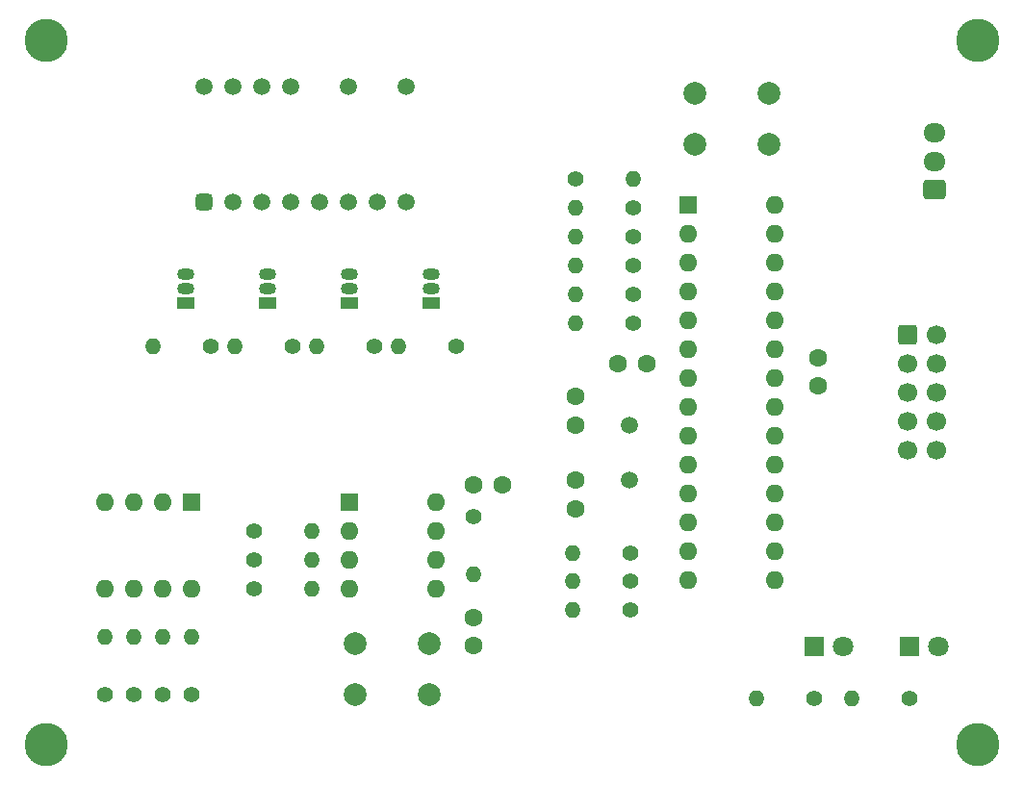
<source format=gbr>
%TF.GenerationSoftware,KiCad,Pcbnew,7.0.0-da2b9df05c~163~ubuntu22.04.1*%
%TF.CreationDate,2023-02-24T18:36:43+08:00*%
%TF.ProjectId,circuit,63697263-7569-4742-9e6b-696361645f70,1.0*%
%TF.SameCoordinates,Original*%
%TF.FileFunction,Soldermask,Bot*%
%TF.FilePolarity,Negative*%
%FSLAX46Y46*%
G04 Gerber Fmt 4.6, Leading zero omitted, Abs format (unit mm)*
G04 Created by KiCad (PCBNEW 7.0.0-da2b9df05c~163~ubuntu22.04.1) date 2023-02-24 18:36:43*
%MOMM*%
%LPD*%
G01*
G04 APERTURE LIST*
G04 Aperture macros list*
%AMRoundRect*
0 Rectangle with rounded corners*
0 $1 Rounding radius*
0 $2 $3 $4 $5 $6 $7 $8 $9 X,Y pos of 4 corners*
0 Add a 4 corners polygon primitive as box body*
4,1,4,$2,$3,$4,$5,$6,$7,$8,$9,$2,$3,0*
0 Add four circle primitives for the rounded corners*
1,1,$1+$1,$2,$3*
1,1,$1+$1,$4,$5*
1,1,$1+$1,$6,$7*
1,1,$1+$1,$8,$9*
0 Add four rect primitives between the rounded corners*
20,1,$1+$1,$2,$3,$4,$5,0*
20,1,$1+$1,$4,$5,$6,$7,0*
20,1,$1+$1,$6,$7,$8,$9,0*
20,1,$1+$1,$8,$9,$2,$3,0*%
G04 Aperture macros list end*
%ADD10RoundRect,0.250000X0.725000X-0.600000X0.725000X0.600000X-0.725000X0.600000X-0.725000X-0.600000X0*%
%ADD11O,1.950000X1.700000*%
%ADD12C,2.000000*%
%ADD13C,1.400000*%
%ADD14O,1.400000X1.400000*%
%ADD15C,2.600000*%
%ADD16C,3.800000*%
%ADD17C,1.600000*%
%ADD18C,1.500000*%
%ADD19R,1.500000X1.050000*%
%ADD20O,1.500000X1.050000*%
%ADD21R,1.600000X1.600000*%
%ADD22O,1.600000X1.600000*%
%ADD23R,1.800000X1.800000*%
%ADD24C,1.800000*%
%ADD25RoundRect,0.375000X0.375000X-0.375000X0.375000X0.375000X-0.375000X0.375000X-0.375000X-0.375000X0*%
%ADD26RoundRect,0.250000X-0.600000X-0.600000X0.600000X-0.600000X0.600000X0.600000X-0.600000X0.600000X0*%
%ADD27C,1.700000*%
G04 APERTURE END LIST*
D10*
%TO.C,J2*%
X139110000Y-41108000D03*
D11*
X139109999Y-38607999D03*
X139109999Y-36107999D03*
%TD*%
D12*
%TO.C,SW3*%
X88190000Y-81062000D03*
X94690000Y-81062000D03*
X88190000Y-85562000D03*
X94690000Y-85562000D03*
%TD*%
%TO.C,SW1*%
X118025000Y-32600000D03*
X124525000Y-32600000D03*
X118025000Y-37100000D03*
X124525000Y-37100000D03*
%TD*%
D13*
%TO.C,R21*%
X79248000Y-76200000D03*
D14*
X84327999Y-76199999D03*
%TD*%
D13*
%TO.C,R12*%
X73750000Y-85535000D03*
D14*
X73749999Y-80454999D03*
%TD*%
D13*
%TO.C,R4*%
X112639000Y-47752000D03*
D14*
X107558999Y-47751999D03*
%TD*%
D13*
%TO.C,R10*%
X112639000Y-50292000D03*
D14*
X107558999Y-50291999D03*
%TD*%
D13*
%TO.C,R20*%
X82637291Y-54840000D03*
D14*
X77557290Y-54839999D03*
%TD*%
D13*
%TO.C,R22*%
X89833957Y-54840000D03*
D14*
X84753956Y-54839999D03*
%TD*%
D15*
%TO.C,H2*%
X142960000Y-89940000D03*
D16*
X142960000Y-89940000D03*
%TD*%
D13*
%TO.C,R11*%
X112385000Y-78105000D03*
D14*
X107304999Y-78104999D03*
%TD*%
D15*
%TO.C,H4*%
X142960000Y-27940000D03*
D16*
X142960000Y-27940000D03*
%TD*%
D17*
%TO.C,C4*%
X98552000Y-78740000D03*
X98552000Y-81240000D03*
%TD*%
D18*
%TO.C,Y1*%
X112317750Y-66675000D03*
X112317750Y-61795000D03*
%TD*%
D13*
%TO.C,R5*%
X112639000Y-52832000D03*
D14*
X107558999Y-52831999D03*
%TD*%
D17*
%TO.C,C2*%
X107559000Y-69175000D03*
X107559000Y-66675000D03*
%TD*%
D13*
%TO.C,R6*%
X112639000Y-45212000D03*
D14*
X107558999Y-45211999D03*
%TD*%
D19*
%TO.C,Q4*%
X94850624Y-51029999D03*
D20*
X94850624Y-49759999D03*
X94850624Y-48489999D03*
%TD*%
D21*
%TO.C,U3*%
X87639999Y-68589999D03*
D22*
X87639999Y-71129999D03*
X87639999Y-73669999D03*
X87639999Y-76209999D03*
X95259999Y-76209999D03*
X95259999Y-73669999D03*
X95259999Y-71129999D03*
X95259999Y-68589999D03*
%TD*%
D21*
%TO.C,U1*%
X117474999Y-42439999D03*
D22*
X117474999Y-44979999D03*
X117474999Y-47519999D03*
X117474999Y-50059999D03*
X117474999Y-52599999D03*
X117474999Y-55139999D03*
X117474999Y-57679999D03*
X117474999Y-60219999D03*
X117474999Y-62759999D03*
X117474999Y-65299999D03*
X117474999Y-67839999D03*
X117474999Y-70379999D03*
X117474999Y-72919999D03*
X117474999Y-75459999D03*
X125094999Y-75459999D03*
X125094999Y-72919999D03*
X125094999Y-70379999D03*
X125094999Y-67839999D03*
X125094999Y-65299999D03*
X125094999Y-62759999D03*
X125094999Y-60219999D03*
X125094999Y-57679999D03*
X125094999Y-55139999D03*
X125094999Y-52599999D03*
X125094999Y-50059999D03*
X125094999Y-47519999D03*
X125094999Y-44979999D03*
X125094999Y-42439999D03*
%TD*%
D13*
%TO.C,R2*%
X136901000Y-85852000D03*
D14*
X131820999Y-85851999D03*
%TD*%
D17*
%TO.C,C3*%
X128895000Y-55880000D03*
X128895000Y-58380000D03*
%TD*%
D13*
%TO.C,R18*%
X79248000Y-73660000D03*
D14*
X84327999Y-73659999D03*
%TD*%
D13*
%TO.C,R7*%
X112385000Y-73063000D03*
D14*
X107304999Y-73062999D03*
%TD*%
D17*
%TO.C,C5*%
X98584000Y-67056000D03*
X101084000Y-67056000D03*
%TD*%
D13*
%TO.C,R8*%
X112385000Y-75565000D03*
D14*
X107304999Y-75564999D03*
%TD*%
D15*
%TO.C,H3*%
X60960000Y-27940000D03*
D16*
X60960000Y-27940000D03*
%TD*%
D13*
%TO.C,R13*%
X71210000Y-85535000D03*
D14*
X71209999Y-80454999D03*
%TD*%
D13*
%TO.C,R19*%
X75440625Y-54840000D03*
D14*
X70360624Y-54839999D03*
%TD*%
D13*
%TO.C,R17*%
X98552000Y-69850000D03*
D14*
X98551999Y-74929999D03*
%TD*%
D13*
%TO.C,R9*%
X112649000Y-42672000D03*
D14*
X107568999Y-42671999D03*
%TD*%
D17*
%TO.C,C6*%
X113792000Y-56388000D03*
X111292000Y-56388000D03*
%TD*%
D13*
%TO.C,R1*%
X107559000Y-40132000D03*
D14*
X112638999Y-40131999D03*
%TD*%
D19*
%TO.C,Q1*%
X73260624Y-51029999D03*
D20*
X73260624Y-49759999D03*
X73260624Y-48489999D03*
%TD*%
D13*
%TO.C,R3*%
X128536000Y-85852000D03*
D14*
X123455999Y-85851999D03*
%TD*%
D13*
%TO.C,R23*%
X97030625Y-54840000D03*
D14*
X91950624Y-54839999D03*
%TD*%
D15*
%TO.C,H1*%
X60960000Y-89940000D03*
D16*
X60960000Y-89940000D03*
%TD*%
D19*
%TO.C,Q3*%
X87653956Y-51029999D03*
D20*
X87653956Y-49759999D03*
X87653956Y-48489999D03*
%TD*%
D13*
%TO.C,R15*%
X66130000Y-85535000D03*
D14*
X66129999Y-80454999D03*
%TD*%
D19*
%TO.C,Q2*%
X80457290Y-51029999D03*
D20*
X80457290Y-49759999D03*
X80457290Y-48489999D03*
%TD*%
D23*
%TO.C,D2*%
X128523999Y-81279999D03*
D24*
X131064000Y-81280000D03*
%TD*%
D25*
%TO.C,U2*%
X74900000Y-42160000D03*
D18*
X77440000Y-42160000D03*
X79980000Y-42160000D03*
X82520000Y-42160000D03*
X85060000Y-42160000D03*
X87600000Y-42160000D03*
X90140000Y-42160000D03*
X92680000Y-42160000D03*
X92680000Y-32000000D03*
X87600000Y-32000000D03*
X82520000Y-32000000D03*
X79980000Y-32000000D03*
X77440000Y-32000000D03*
X74900000Y-32000000D03*
%TD*%
D17*
%TO.C,C1*%
X107559000Y-61795000D03*
X107559000Y-59295000D03*
%TD*%
D26*
%TO.C,J1*%
X136790000Y-53860000D03*
D27*
X139330000Y-53860000D03*
X136790000Y-56400000D03*
X139330000Y-56400000D03*
X136790000Y-58940000D03*
X139330000Y-58940000D03*
X136790000Y-61480000D03*
X139330000Y-61480000D03*
X136790000Y-64020000D03*
X139330000Y-64020000D03*
%TD*%
D13*
%TO.C,R14*%
X68670000Y-85535000D03*
D14*
X68669999Y-80454999D03*
%TD*%
D21*
%TO.C,SW2*%
X73749999Y-68579999D03*
D22*
X71209999Y-68579999D03*
X68669999Y-68579999D03*
X66129999Y-68579999D03*
X66129999Y-76199999D03*
X68669999Y-76199999D03*
X71209999Y-76199999D03*
X73749999Y-76199999D03*
%TD*%
D23*
%TO.C,D1*%
X136900999Y-81279999D03*
D24*
X139441000Y-81280000D03*
%TD*%
D13*
%TO.C,R16*%
X79248000Y-71120000D03*
D14*
X84327999Y-71119999D03*
%TD*%
M02*

</source>
